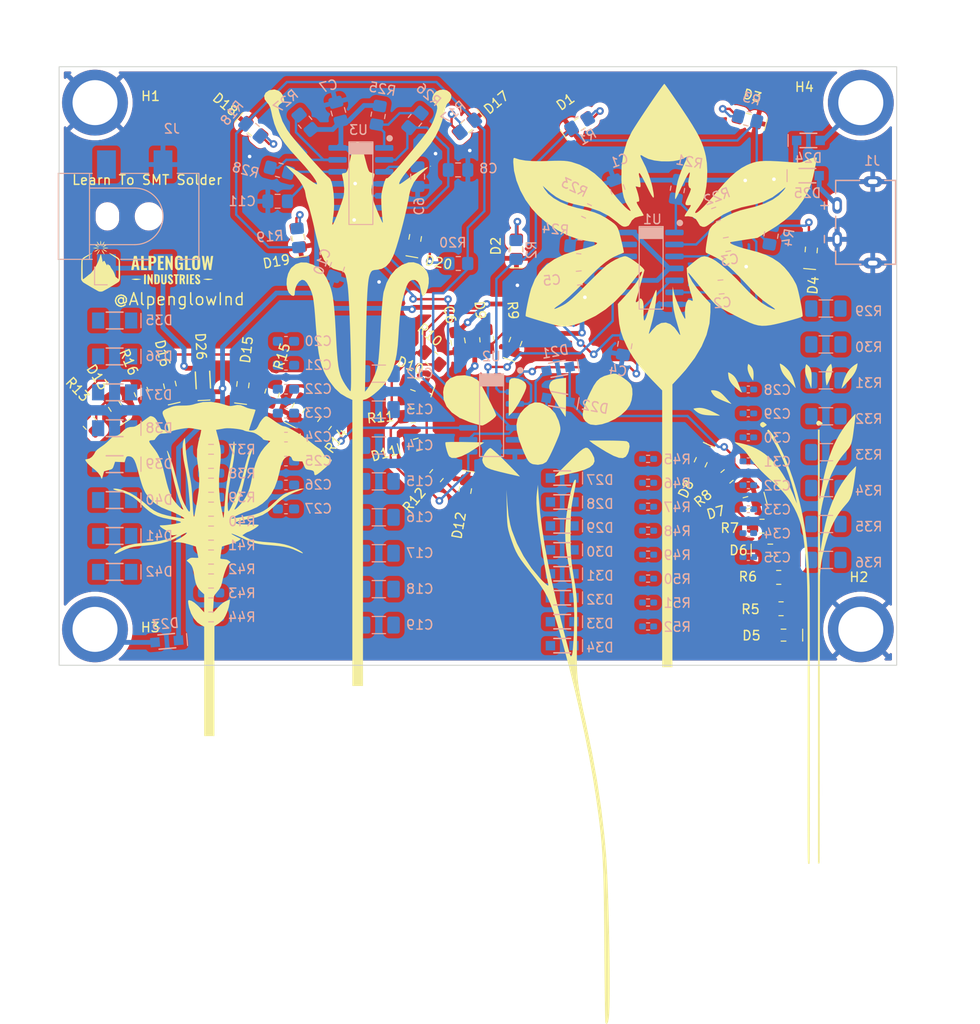
<source format=kicad_pcb>
(kicad_pcb (version 20211014) (generator pcbnew)
  (layers (0 "F.Cu" signal) (31 "B.Cu" signal) (34 "B.Paste" user) (35 "F.Paste" user) (36 "B.SilkS" user "B.Silkscreen") (37 "F.SilkS" user "F.Silkscreen") (38 "B.Mask" user) (39 "F.Mask" user) (44 "Edge.Cuts" user))
  (net 0 "")
  (net 1 "+5V")
  (net 2 "GND")
  (net 3 "Net-(C2-Pad1)")
  (net 4 "Net-(C3-Pad1)")
  (net 5 "Net-(C4-Pad1)")
  (net 76 "Net-(D21-PadA)")
  (net 77 "Net-(D22-PadA)")
  (net 78 "Net-(D4-PadA)")
  (net 79 "Net-(D5-PadA)")
  (net 80 "Net-(D6-PadA)")
  (net 81 "Net-(D7-PadA)")
  (net 82 "Net-(D8-PadA)")
  (net 83 "Net-(D9-PadA)")
  (net 84 "Net-(D10-PadA)")
  (net 85 "Net-(D11-PadA)")
  (net 86 "Net-(D13-PadA)")
  (net 87 "Net-(D14-PadA)")
  (net 88 "Net-(D15-PadA)")
  (net 89 "Net-(D16-PadA)")
  (net 90 "Net-(D17-PadA)")
  (net 91 "Net-(D18-PadA)")
  (net 92 "Net-(D19-PadA)")
  (net 93 "Net-(D20-PadA)")
  (net 120 "+Vusb")
  (net 121 "+Vbarrel")
  (net 122 "+Vin_1")
  (net 123 "+Vin_2")
  (net 126 "/BLINK5")
  (net 127 "/BLINK1")
  (net 128 "/BLINK2")
  (net 129 "/BLINK3")
  (net 130 "/BLINK4")
  (net 131 "/CLK1")
  (net 132 "/CLK2")
  (net 133 "/CLK4")
  (net 134 "/CLK3")
  (net 165 "Net-(R27-Pad2)")
  (net 166 "Net-(R25-Pad2)")
  (net 167 "Net-(R23-Pad2)")
  (net 168 "Net-(R21-Pad2)")
  (net 169 "Net-(D3-PadA)")
  (net 170 "Net-(D2-PadA)")
  (net 171 "Net-(D12-PadA)")
  (net 172 "Net-(D1-PadA)")
  (net 173 "Net-(C9-Pad1)")
  (net 174 "Net-(C8-Pad1)")
  (net 175 "Net-(C5-Pad1)")
  (net 176 "Net-(C11-Pad1)")
  (net 177 "Net-(C10-Pad1)")
  (footprint "Resistor_SMD:R_0805_2012Metric_Pad1.20x1.40mm_HandSolder" (layer "F.Cu") (at 154.3558 89.106291 50)
    (fp_text reference "R12")
    (fp_text value "RES")
  )
  (footprint "Alpenglow:LED_0805+" (layer "F.Cu") (at 126.057265 79.473976 103)
    (fp_text reference "D16")
    (fp_text value "LED")
  )
  (footprint "Alpenglow:LED_0805+" (layer "F.Cu") (at 152.0952 63.881 80)
    (fp_text reference "D20")
    (fp_text value "LED")
  )
  (footprint "Alpenglow:LED_0805+" (layer "F.Cu") (at 162.7378 74.882291 70)
    (fp_text reference "D9")
    (fp_text value "LED")
  )
  (footprint "Alpenglow_SMT_Soldering_PCB:03Inside38.9x85mm" (layer "F.Cu") (at 162.75691 113.948764)
    (fp_text reference "G***" hide)
    (fp_text value "LOGO" hide)
  )
  (footprint "Alpenglow:LED_0805+" (layer "F.Cu") (at 187.311165 91.9988 -165)
    (fp_text reference "D7")
    (fp_text value "LED")
  )
  (footprint "Alpenglow:LED_0805+" (layer "F.Cu") (at 120.213138 81.722784 123)
    (fp_text reference "D13")
    (fp_text value "LED")
  )
  (footprint "Alpenglow:Alpenglow_Logo_Horiz_15x6.2" (layer "F.Cu") (at 123.607772 66.989713)
    (fp_text reference "G***" hide)
    (fp_text value "LOGO" hide)
  )
  (footprint "Alpenglow_SMT_Soldering_PCB:04Inside30x70myExport" (layer "F.Cu") (at 192.522666 105.763519)
    (fp_text reference "G***" hide)
    (fp_text value "LOGO" hide)
  )
  (footprint "Alpenglow:LED_0805+" (layer "F.Cu") (at 133.8072 79.4512 83)
    (fp_text reference "D15")
    (fp_text value "LED")
  )
  (footprint "Alpenglow_SMT_Soldering_PCB:01Inside44.7x70mm" (layer "F.Cu") (at 177.433991 77.338895)
    (fp_text reference "G***" hide)
    (fp_text value "LOGO" hide)
  )
  (footprint "Alpenglow_SMT_Soldering_PCB:02Flower35.9x50mm" (layer "F.Cu") (at 129.85094 98.6536)
    (fp_text reference "G***" hide)
    (fp_text value "LOGO" hide)
  )
  (footprint "Alpenglow:MNTG-HOLE-BANANA" (layer "F.Cu") (at 199.39 48.26)
    (fp_text reference "H4")
    (fp_text value "MountingHole_Pad")
  )
  (footprint "Resistor_SMD:R_0805_2012Metric_Pad1.20x1.40mm_HandSolder" (layer "F.Cu") (at 142.4686 83.6168 -127)
    (fp_text reference "R14")
    (fp_text value "RES")
  )
  (footprint "Alpenglow:LED_0805+" (layer "F.Cu") (at 139.6746 63.8556 100)
    (fp_text reference "D19")
    (fp_text value "LED")
  )
  (footprint "Alpenglow:LED_0805+" (layer "F.Cu") (at 189.7819 97.0026)
    (fp_text reference "D6")
    (fp_text value "LED")
  )
  (footprint "Resistor_SMD:R_0805_2012Metric_Pad1.20x1.40mm_HandSolder" (layer "F.Cu") (at 190.9224 103.2256 180)
    (fp_text reference "R5")
    (fp_text value "RES")
  )
  (footprint "Resistor_SMD:R_0805_2012Metric_Pad1.20x1.40mm_HandSolder" (layer "F.Cu") (at 159.6898 74.628291 -85)
    (fp_text reference "R9")
    (fp_text value "RES")
  )
  (footprint "Alpenglow_SMT_Soldering_PCB:02Inside35.9x50mm" (layer "F.Cu") (at 129.85094 98.681799)
    (fp_text reference "G***" hide)
    (fp_text value "LOGO" hide)
  )
  (footprint "Alpenglow:MNTG-HOLE-BANANA" (layer "F.Cu") (at 118.11 48.26)
    (fp_text reference "H1")
    (fp_text value "MountingHole_Pad")
  )
  (footprint "Alpenglow:LED_0805+" (layer "F.Cu") (at 162.8394 65.024 90)
    (fp_text reference "D2")
    (fp_text value "LED")
  )
  (footprint "Alpenglow:LED_0805+" (layer "F.Cu") (at 152.3238 85.804291 15)
    (fp_text reference "D11")
    (fp_text value "LED")
  )
  (footprint "Alpenglow:LED_0805+" (layer "F.Cu") (at 139.7 81.915 63)
    (fp_text reference "D14")
    (fp_text value "LED")
  )
  (footprint "Alpenglow:MNTG-HOLE-BANANA" (layer "F.Cu") (at 118.11 104.14)
    (fp_text reference "H3")
    (fp_text value "MountingHole_Pad")
  )
  (footprint "Alpenglow_SMT_Soldering_PCB:05Flower46.4x80mm" (layer "F.Cu") (at 145.987444 80.147467)
    (fp_text reference "G***" hide)
    (fp_text value "LOGO" hide)
  )
  (footprint "Alpenglow_SMT_Soldering_PCB:05Inside46.3x80mm" (layer "F.Cu") (at 146.012844 80.045867)
    (fp_text reference "G***" hide)
    (fp_text value "LOGO" hide)
  )
  (footprint "Alpenglow_SMT_Soldering_PCB:03Flower39x85mm" (layer "F.Cu") (at 162.68071 113.948764)
    (fp_text reference "G***" hide)
    (fp_text value "LOGO" hide)
  )
  (footprint "Resistor_SMD:R_0805_2012Metric_Pad1.20x1.40mm_HandSolder" (layer "F.Cu") (at 123.041127 80.22703 -67)
    (fp_text reference "R16")
    (fp_text value "RES")
  )
  (footprint "Alpenglow:LED_0805+" (layer "F.Cu") (at 191.1858 106.0196 180)
    (fp_text reference "D5")
    (fp_text value "LED")
  )
  (footprint "Resistor_SMD:R_0805_2012Metric_Pad1.20x1.40mm_HandSolder" (layer "F.Cu") (at 188.8998 94.4626 180)
    (fp_text reference "R7")
    (fp_text value "RES")
  )
  (footprint "Alpenglow:SOD-323" (layer "F.Cu") (at 129.5654 78.955648 93)
    (fp_text reference "D26")
    (fp_text value "DIODE")
  )
  (footprint "Alpenglow:LED_0805+" (layer "F.Cu") (at 157.5308 52.0446 -140)
    (fp_text reference "D17")
    (fp_text value "LED")
  )
  (footprint "Resistor_SMD:R_0805_2012Metric_Pad1.20x1.40mm_HandSolder" (layer "F.Cu") (at 151.8158 82.756291 5)
    (fp_text reference "R11")
    (fp_text value "RES")
  )
  (footprint "Resistor_SMD:R_0805_2012Metric_Pad1.20x1.40mm_HandSolder" (layer "F.Cu") (at 153.8478 76.660291 -40)
    (fp_text reference "R10")
    (fp_text value "RES")
  )
  (footprint "Alpenglow:LED_0805+" (layer "F.Cu") (at 194.1322 65.158173 85)
    (fp_text reference "D4")
    (fp_text value "LED")
  )
  (footprint "Resistor_SMD:R_0805_2012Metric_Pad1.20x1.40mm_HandSolder" (layer "F.Cu") (at 190.6778 99.8982 180)
    (fp_text reference "R6")
    (fp_text value "RES")
  )
  (footprint "Capacitor_SMD:C_0805_2012Metric_Pad1.18x1.45mm_HandSolder" (layer "F.Cu") (at 156.6418 74.882291 -80)
    (fp_text reference "C6")
    (fp_text value "CAP")
  )
  (footprint "Alpenglow:LED_0805+" (layer "F.Cu") (at 187.336565 51.3334 165)
    (fp_text reference "D3")
    (fp_text value "LED")
  )
  (footprint "Alpenglow:LED_0805+" (layer "F.Cu") (at 182.3974 87.6808 -115)
    (fp_text reference "D8")
    (fp_text value "LED")
  )
  (footprint "Alpenglow:LED_0805+" (layer "F.Cu") (at 157.4038 90.630291 -100)
    (fp_text reference "D12")
    (fp_text value "LED")
  )
  (footprint "Alpenglow:LED_0805+" (layer "F.Cu") (at 152.0698 79.454291 160)
    (fp_text reference "D10")
    (fp_text value "LED")
  )
  (footprint "Resistor_SMD:R_0805_2012Metric_Pad1.20x1.40mm_HandSolder" (layer "F.Cu") (at 136.906 80.3402 -107)
    (fp_text reference "R15")
    (fp_text value "RES")
  )
  (footprint "Alpenglow_SMT_Soldering_PCB:01Flower44.7x70mm" (layer "F.Cu") (at 177.433991 78.354895)
    (fp_text reference "G***" hide)
    (fp_text value "LOGO" hide)
  )
  (footprint "Alpenglow_SMT_Soldering_PCB:04Flower30x70myExport" (layer "F.Cu") (at 192.4812 105.5116)
    (fp_text reference "G***" hide)
    (fp_text value "LOGO" hide)
  )
  (footprint "Resistor_SMD:R_0805_2012Metric_Pad1.20x1.40mm_HandSolder" (layer "F.Cu") (at 185.1914 89.1794 -140)
    (fp_text reference "R8")
    (fp_text value "RES")
  )
  (footprint "Alpenglow:LED_0805+" (layer "F.Cu") (at 169.545 51.816 35)
    (fp_text reference "D1")
    (fp_text value "LED")
  )
  (footprint "Resistor_SMD:R_0805_2012Metric_Pad1.20x1.40mm_HandSolder" (layer "F.Cu") (at 117.55377 83.534646 -47)
    (fp_text reference "R13")
    (fp_text value "RES")
  )
  (footprint "Alpenglow:LED_0805+" (layer "F.Cu") (at 134.946156 52.392412 -40)
    (fp_text reference "D18")
    (fp_text value "LED")
  )
  (footprint "Alpenglow:MNTG-HOLE-BANANA" (layer "F.Cu") (at 199.39 104.14)
    (fp_text reference "H2")
    (fp_text value "MountingHole_Pad")
  )
  (footprint "Resistor_SMD:R_0805_2012Metric_Pad1.20x1.40mm_HandSolder" (layer "B.Cu") (at 179.929646 58.73478 -100)
    (fp_text reference "R21")
    (fp_text value "RES")
  )
  (footprint "Capacitor_SMD:C_0603_1608Metric_Pad1.08x0.95mm_HandSolder" (layer "B.Cu") (at 138.3781 79.9338 180)
    (fp_text reference "C22")
    (fp_text value "CAP")
  )
  (footprint "Alpenglow:SOD-323" (layer "B.Cu") (at 193.8274 53.5432)
    (fp_text reference "D24")
    (fp_text value "DIODE")
  )
  (footprint "Capacitor_SMD:C_0402_1005Metric_Pad0.74x0.62mm_HandSolder" (layer "B.Cu") (at 187.452 79.9592 180)
    (fp_text reference "C28")
    (fp_text value "CAP")
  )
  (footprint "Capacitor_SMD:C_0805_2012Metric_Pad1.18x1.45mm_HandSolder" (layer "B.Cu") (at 143.8148 66.9798 -110)
    (fp_text reference "C10")
    (fp_text value "CAP")
  )
  (footprint "Alpenglow:SOD-323" (layer "B.Cu") (at 125.73 106.68 -175)
    (fp_text reference "D23")
    (fp_text value "DIODE")
  )
  (footprint "Alpenglow:SOD-323" (layer "B.Cu") (at 167.6954 99.5172 180)
    (fp_text reference "D31")
    (fp_text value "DIODE")
  )
  (footprint "Resistor_SMD:R_0805_2012Metric_Pad1.20x1.40mm_HandSolder" (layer "B.Cu") (at 162.7886 65.151 90)
    (fp_text reference "R2")
    (fp_text value "RES")
  )
  (footprint "Capacitor_SMD:C_0805_2012Metric_Pad1.18x1.45mm_HandSolder" (layer "B.Cu") (at 137.4902 59.9948 180)
    (fp_text reference "C11")
    (fp_text value "CAP")
  )
  (footprint "Resistor_SMD:R_0603_1608Metric_Pad0.98x0.95mm_HandSolder" (layer "B.Cu") (at 130.429 93.9292 180)
    (fp_text reference "R40")
    (fp_text value "RES")
  )
  (footprint "Capacitor_SMD:C_1206_3216Metric_Pad1.33x1.80mm_HandSolder" (layer "B.Cu") (at 148.2344 89.7128 180)
    (fp_text reference "C15")
    (fp_text value "CAP")
  )
  (footprint "Capacitor_SMD:C_1206_3216Metric_Pad1.33x1.80mm_HandSolder" (layer "B.Cu") (at 148.2344 85.9028 180)
    (fp_text reference "C14")
    (fp_text value "CAP")
  )
  (footprint "Resistor_SMD:R_1206_3216Metric_Pad1.30x1.75mm_HandSolder" (layer "B.Cu") (at 195.6816 86.614 180)
    (fp_text reference "R33")
    (fp_text value "RES")
  )
  (footprint "Resistor_SMD:R_0603_1608Metric_Pad0.98x0.95mm_HandSolder" (layer "B.Cu") (at 130.429 99.0092 180)
    (fp_text reference "R42")
    (fp_text value "RES")
  )
  (footprint "Alpenglow:SOD-323" (layer "B.Cu") (at 167.6954 102.0572 180)
    (fp_text reference "D32")
    (fp_text value "DIODE")
  )
  (footprint "Resistor_SMD:R_1206_3216Metric_Pad1.30x1.75mm_HandSolder" (layer "B.Cu") (at 195.6816 82.804 180)
    (fp_text reference "R32")
    (fp_text value "RES")
  )
  (footprint "Alpenglow:SO-14" (layer "B.Cu") (at 177.135646 67.11678 180)
    (fp_text reference "U1")
    (fp_text value "NE556")
  )
  (footprint "Resistor_SMD:R_0805_2012Metric_Pad1.20x1.40mm_HandSolder" (layer "B.Cu") (at 137.668 56.6928 -15)
    (fp_text reference "R28")
    (fp_text value "RES")
  )
  (footprint "Alpenglow:SOD-323" (layer "B.Cu") (at 167.259 81.0768 170)
    (fp_text reference "D22")
    (fp_text value "DIODE")
  )
  (footprint "Alpenglow:SOD-323" (layer "B.Cu") (at 167.6954 89.3572 180)
    (fp_text reference "D27")
    (fp_text value "DIODE")
  )
  (footprint "Alpenglow:SOD-323" (layer "B.Cu") (at 167.6954 104.5972 180)
    (fp_text reference "D33")
    (fp_text value "DIODE")
  )
  (footprint "Resistor_SMD:R_0402_1005Metric_Pad0.72x0.64mm_HandSolder" (layer "B.Cu") (at 176.8094 94.9452 180)
    (fp_text reference "R48")
    (fp_text value "RES")
  )
  (footprint "Resistor_SMD:R_0402_1005Metric_Pad0.72x0.64mm_HandSolder" (layer "B.Cu") (at 176.8094 89.8652 180)
    (fp_text reference "R46")
    (fp_text value "RES")
  )
  (footprint "Capacitor_SMD:C_0805_2012Metric_Pad1.18x1.45mm_HandSolder" (layer "B.Cu") (at 184.5564 69.088 5)
    (fp_text reference "C2")
    (fp_text value "CAP")
  )
  (footprint "Alpenglow:MINI_MELF" (layer "B.Cu") (at 120.1928 76.454 180)
    (fp_text reference "D36")
    (fp_text value "DIODE")
  )
  (footprint "Capacitor_SMD:C_1206_3216Metric_Pad1.33x1.80mm_HandSolder" (layer "B.Cu") (at 148.2344 78.2828 180)
    (fp_text reference "C12")
    (fp_text value "CAP")
  )
  (footprint "Connector_BarrelJack:BarrelJack_CLIFF_FC681465S_SMT_Horizontal" (layer "B.Cu") (at 122.325 61.595)
    (fp_text reference "J2")
    (fp_text value "Barrel_Jack")
  )
  (footprint "Capacitor_SMD:C_0603_1608Metric_Pad1.08x0.95mm_HandSolder" (layer "B.Cu") (at 138.3781 85.0138 180)
    (fp_text reference "C24")
    (fp_text value "CAP")
  )
  (footprint "Alpenglow:MINI_MELF" (layer "B.Cu") (at 120.1928 80.264 180)
    (fp_text reference "D37")
    (fp_text value "DIODE")
  )
  (footprint "Capacitor_SMD:C_0805_2012Metric_Pad1.18x1.45mm_HandSolder" (layer "B.Cu") (at 185.1914 64.5668 10)
    (fp_text reference "C3")
    (fp_text value "CAP")
  )
  (footprint "Resistor_SMD:R_0402_1005Metric_Pad0.72x0.64mm_HandSolder" (layer "B.Cu") (at 176.8094 97.4852 180)
    (fp_text reference "R49")
    (fp_text value "RES")
  )
  (footprint "Resistor_SMD:R_1206_3216Metric_Pad1.30x1.75mm_HandSolder" (layer "B.Cu") (at 195.6816 75.184 180)
    (fp_text reference "R30")
    (fp_text value "RES")
  )
  (footprint "Capacitor_SMD:C_0805_2012Metric_Pad1.18x1.45mm_HandSolder" (layer "B.Cu") (at 143.9418 50.4952 105)
    (fp_text reference "C7")
    (fp_text value "CAP")
  )
  (footprint "Resistor_SMD:R_0603_1608Metric_Pad0.98x0.95mm_HandSolder" (layer "B.Cu") (at 130.429 104.0892 180)
    (fp_text reference "R44")
    (fp_text value "RES")
  )
  (footprint "Capacitor_SMD:C_0603_1608Metric_Pad1.08x0.95mm_HandSolder" (layer "B.Cu") (at 138.3781 87.5538 180)
    (fp_text reference "C25")
    (fp_text value "CAP")
  )
  (footprint "Alpenglow:MINI_MELF" (layer "B.Cu") (at 120.1928 84.074 180)
    (fp_text reference "D38")
    (fp_text value "DIODE")
  )
  (footprint "Capacitor_SMD:C_0603_1608Metric_Pad1.08x0.95mm_HandSolder" (layer "B.Cu") (at 138.3781 90.0938 180)
    (fp_text reference "C26")
    (fp_text value "CAP")
  )
  (footprint "Alpenglow:SOD-323" (layer "B.Cu") (at 167.6954 96.9772 180)
    (fp_text reference "D30")
    (fp_text value "DIODE")
  )
  (footprint "Alpenglow:SOD-323" (layer "B.Cu") (at 167.259 77.7748 -170)
    (fp_text reference "D21")
    (fp_text value "DIODE")
  )
  (footprint "Resistor_SMD:R_1206_3216Metric_Pad1.30x1.75mm_HandSolder" (layer "B.Cu") (at 195.6816 94.234 180)
    (fp_text reference "R35")
    (fp_text value "RES")
  )
  (footprint "Capacitor_SMD:C_0402_1005Metric_Pad0.74x0.62mm_HandSolder" (layer "B.Cu") (at 187.452 87.5792 180)
    (fp_text reference "C31")
    (fp_text value "CAP")
  )
  (footprint "Resistor_SMD:R_0805_2012Metric_Pad1.20x1.40mm_HandSolder" (layer "B.Cu") (at 157.6324 52.0446 -140)
    (fp_text reference "R17")
    (fp_text value "RES")
  )
  (footprint "Capacitor_SMD:C_0402_1005Metric_Pad0.74x0.62mm_HandSolder" (layer "B.Cu") (at 187.452 95.1992 180)
    (fp_text reference "C34")
    (fp_text value "CAP")
  )
  (footprint "Capacitor_SMD:C_0402_1005Metric_Pad0.74x0.62mm_HandSolder" (layer "B.Cu") (at 187.452 97.7392 180)
    (fp_text reference "C35")
    (fp_text value "CAP")
  )
  (footprint "Alpenglow:USB_C_PWR_THRU" (layer "B.Cu") (at 200.66 62.23 -90)
    (fp_text reference "J1")
    (fp_text value "USB_C_PWR_THRU")
  )
  (footprint "Capacitor_SMD:C_0805_2012Metric_Pad1.18x1.45mm_HandSolder" (layer "B.Cu") (at 169.515646 68.13278 -175)
    (fp_text reference "C5")
    (fp_text value "CAP")
  )
  (footprint "Alpenglow:MINI_MELF" (layer "B.Cu") (at 120.1928 87.884 180)
    (fp_text reference "D39")
    (fp_text value "DIODE")
  )
  (footprint "Resistor_SMD:R_0805_2012Metric_Pad1.20x1.40mm_HandSolder" (layer "B.Cu") (at 170.277646 61.02078 155)
    (fp_text reference "R23")
    (fp_text value "RES")
  )
  (footprint "Capacitor_SMD:C_0603_1608Metric_Pad1.08x0.95mm_HandSolder" (layer "B.Cu") (at 138.3781 92.6338 180)
    (fp_text reference "C27")
    (fp_text value "CAP")
  )
  (footprint "Resistor_SMD:R_0805_2012Metric_Pad1.20x1.40mm_HandSolder" (layer "B.Cu") (at 189.865 63.5762 80)
    (fp_text reference "R4")
    (fp_text value "RES")
  )
  (footprint "Capacitor_SMD:C_0603_1608Metric_Pad1.08x0.95mm_HandSolder" (layer "B.Cu") (at 138.3781 74.8538 180)
    (fp_text reference "C20")
    (fp_text value "CAP")
  )
  (footprint "Capacitor_SMD:C_1206_3216Metric_Pad1.33x1.80mm_HandSolder" (layer "B.Cu") (at 148.2344 104.9528 180)
    (fp_text reference "C19")
    (fp_text value "CAP")
  )
  (footprint "Resistor_SMD:R_0805_2012Metric_Pad1.20x1.40mm_HandSolder" (layer "B.Cu") (at 152.0698 51.4096 -130)
    (fp_text reference "R26")
    (fp_text value "RES")
  )
  (footprint "Capacitor_SMD:C_1206_3216Metric_Pad1.33x1.80mm_HandSolder" (layer "B.Cu") (at 148.2344 97.3328 180)
    (fp_text reference "C17")
    (fp_text value "CAP")
  )
  (footprint "Resistor_SMD:R_0603_1608Metric_Pad0.98x0.95mm_HandSolder" (layer "B.Cu") (at 130.429 91.3892 180)
    (fp_text reference "R39")
    (fp_text value "RES")
  )
  (footprint "Capacitor_SMD:C_0603_1608Metric_Pad1.08x0.95mm_HandSolder" (layer "B.Cu") (at 138.3781 82.4738 180)
    (fp_text reference "C23")
    (fp_text value "CAP")
  )
  (footprint "Resistor_SMD:R_0805_2012Metric_Pad1.20x1.40mm_HandSolder" (layer "B.Cu") (at 169.515646 64.83078 -5)
    (fp_text reference "R24")
    (fp_text value "RES")
  )
  (footprint "Alpenglow:SOD-323" (layer "B.Cu") (at 167.6954 107.1372 180)
    (fp_text reference "D34")
    (fp_text value "DIODE")
  )
  (footprint "Resistor_SMD:R_0402_1005Metric_Pad0.72x0.64mm_HandSolder" (layer "B.Cu") (at 176.8094 87.3252 180)
    (fp_text reference "R45")
    (fp_text value "RES")
  )
  (footprint "Resistor_SMD:R_0603_1608Metric_Pad0.98x0.95mm_HandSolder" (layer "B.Cu") (at 130.429 101.5492 180)
    (fp_text reference "R43")
    (fp_text value "RES")
  )
  (footprint "Capacitor_SMD:C_0805_2012Metric_Pad1.18x1.45mm_HandSolder" (layer "B.Cu") (at 173.579646 58.73478 110)
    (fp_text reference "C1")
    (fp_text value "CAP")
  )
  (footprint "Alpenglow:MINI_MELF" (layer "B.Cu") (at 120.1928 99.314 180)
    (fp_text reference "D42")
    (fp_text value "DIODE")
  )
  (footprint "Alpenglow:SOD-323" (layer "B.Cu") (at 167.6954 91.8972 180)
    (fp_text reference "D28")
    (fp_text value "DIODE")
  )
  (footprint "Capacitor_SMD:C_0402_1005Metric_Pad0.74x0.62mm_HandSolder" (layer "B.Cu") (at 187.452 92.6592 180)
    (fp_text reference "C33")
    (fp_text value "CAP")
  )
  (footprint "Alpenglow:MINI_MELF" (layer "B.Cu") (at 120.1928 95.504 180)
    (fp_text reference "D41")
    (fp_text value "DIODE")
  )
  (footprint "Capacitor_SMD:C_0805_2012Metric_Pad1.18x1.45mm_HandSolder" (layer "B.Cu") (at 156.6418 56.6674)
    (fp_text reference "C8")
    (fp_text value "CAP")
  )
  (footprint "Resistor_SMD:R_0805_2012Metric_Pad1.20x1.40mm_HandSolder" (layer "B.Cu") (at 148.1582 50.8762 -100)
    (fp_text reference "R25")
    (fp_text value "RES")
  )
  (footprint "Alpenglow:SO-14" (layer "B.Cu") (at 146.3294 58.1406 180)
    (fp_text reference "U3")
    (fp_text value "NE556")
  )
  (footprint "Capacitor_SMD:C_1206_3216Metric_Pad1.33x1.80mm_HandSolder" (layer "B.Cu") (at 148.2344 82.0928 180)
    (fp_text reference "C13")
    (fp_text value "CAP")
  )
  (footprint "Alpenglow:SOD-323" (layer "B.Cu") (at 193.7212 57.277)
    (fp_text reference "D25")
    (fp_text value "DIODE")
  )
  (footprint "Capacitor_SMD:C_0402_1005Metric_Pad0.74x0.62mm_HandSolder" (layer "B.Cu") (at 187.452 85.0392 180)
    (fp_text reference "C30")
    (fp_text value "CAP")
  )
  (footprint "Alpenglow:SOD-323" (layer "B.Cu") (at 167.6954 94.4372 180)
    (fp_text reference "D29")
    (fp_text value "DIODE")
  )
  (footprint "Alpenglow:MINI_MELF" (layer "B.Cu") (at 120.1928 72.644 180)
    (fp_text reference "D35")
    (fp_text value "DIODE")
  )
  (footprint "Capacitor_SMD:C_1206_3216Metric_Pad1.33x1.80mm_HandSolder" (layer "B.Cu") (at 148.2344 93.5228 180)
    (fp_text reference "C16")
    (fp_text value "CAP")
  )
  (footprint "Resistor_SMD:R_1206_3216Metric_Pad1.30x1.75mm_HandSolder" (layer "B.Cu") (at 195.6816 98.044 180)
    (fp_text reference "R36")
    (fp_text value "RES")
  )
  (footprint "Resistor_SMD:R_0805_2012Metric_Pad1.20x1.40mm_HandSolder" (layer "B.Cu") (at 156.6672 66.5988 180)
    (fp_text reference "R20")
    (fp_text value "RES")
  )
  (footprint "Resistor_SMD:R_1206_3216Metric_Pad1.30x1.75mm_HandSolder" (layer "B.Cu") (at 195.6816 78.994 180)
    (fp_text reference "R31")
    (fp_text value "RES")
  )
  (footprint "Resistor_SMD:R_0603_1608Metric_Pad0.98x0.95mm_HandSolder" (layer "B.Cu") (at 130.429 96.4692 180)
    (fp_text reference "R41")
    (fp_text value "RES")
  )
  (footprint "Resistor_SMD:R_1206_3216Metric_Pad1.30x1.75mm_HandSolder" (layer "B.Cu") (at 195.6816 90.424 180)
    (fp_text reference "R34")
    (fp_text value "RES")
  )
  (footprint "Resistor_SMD:R_0805_2012Metric_Pad1.20x1.40mm_HandSolder" (layer "B.Cu") (at 169.545 51.7398 30)
    (fp_text reference "R1")
    (fp_text value "RES")
  )
  (footprint "Capacitor_SMD:C_0603_1608Metric_Pad1.08x0.95mm_HandSolder" (layer "B.Cu") (at 138.3781 77.3938 180)
    (fp_text reference "C21")
    (fp_text value "CAP")
  )
  (footprint "Resistor_SMD:R_0402_1005Metric_Pad0.72x0.64mm_HandSolder" (layer "B.Cu") (at 176.8094 102.5652 180)
    (fp_text reference "R51")
    (fp_text value "RES")
  )
  (footprint "Resistor_SMD:R_0805_2012Metric_Pad1.20x1.40mm_HandSolder" (layer "B.Cu") (at 139.6492 63.881 95)
    (fp_text reference "R19")
    (fp_text value "RES")
  )
  (footprint "Resistor_SMD:R_0805_2012Metric_Pad1.20x1.40mm_HandSolder" (layer "B.Cu") (at 140.4112 51.6128 130)
    (fp_text reference "R27")
    (fp_text value "RES")
  )
  (footprint "Resistor_SMD:R_1206_3216Metric_Pad1.30x1.75mm_HandSolder" (layer "B.Cu") (at 195.6816 71.374 180)
    (fp_text reference "R29")
    (fp_text value "RES")
  )
  (footprint "Resistor_SMD:R_0805_2012Metric_Pad1.20x1.40mm_HandSolder" (layer "B.Cu") (at 134.869956 52.443212 -40)
    (fp_text reference "R18")
    (fp_text value "RES")
  )
  (footprint "Resistor_SMD:R_0402_1005Metric_Pad0.72x0.64mm_HandSolder" (layer "B.Cu") (at 176.8094 100.0252 180)
    (fp_text reference "R50")
    (fp_text value "RES")
  )
  (footprint "Resistor_SMD:R_0402_1005Metric_Pad0.72x0.64mm_HandSolder" (layer "B.Cu") (at 176.8094 92.4052 180)
    (fp_text reference "R47")
    (fp_text value "RES")
  )
  (footprint "Resistor_SMD:R_0402_1005Metric_Pad0.72x0.64mm_HandSolder" (layer "B.Cu") (at 176.8094 105.1052 180)
    (fp_text reference "R52")
    (fp_text value "RES")
  )
  (footprint "Resistor_SMD:R_0603_1608Metric_Pad0.98x0.95mm_HandSolder" (layer "B.Cu") (at 130.429 86.3092 180)
    (fp_text reference "R37")
    (fp_text value "RES")
  )
  (footprint "Resistor_SMD:R_0805_2012Metric_Pad1.20x1.40mm_HandSolder" (layer "B.Cu") (at 184.023 61.3918 20)
    (fp_text reference "R22")
    (fp_text value "RES")
  )
  (footprint "Alpenglow:MINI_MELF" (layer "B.Cu") (at 120.1928 91.694 180)
    (fp_text reference "D40")
    (fp_text value "DIODE")
  )
  (footprint "Capacitor_SMD:C_1206_3216Metric_Pad1.33x1.80mm_HandSolder" (layer "B.Cu") (at 148.2344 101.1428 180)
    (fp_text reference "C18")
    (fp_text value "CAP")
  )
  (footprint "Capacitor_SMD:C_0805_2012Metric_Pad1.18x1.45mm_HandSolder" (layer "B.Cu") (at 174.341646 75.24478 -100)
    (fp_text reference "C4")
    (fp_text value "CAP")
  )
  (footprint "Resistor_SMD:R_0603_1608Metric_Pad0.98x0.95mm_HandSolder" (layer "B.Cu") (at 130.429 88.8492 180)
    (fp_text reference "R38")
    (fp_text value "RES")
  )
  (footprint "Capacitor_SMD:C_0805_2012Metric_Pad1.18x1.45mm_HandSolder" (layer "B.Cu") (at 152.3492 57.3786 -90)
    (fp_text reference "C9")
    (fp_text value "CAP")
  )
  (footprint "Capacitor_SMD:C_0402_1005Metric_Pad0.74x0.62mm_HandSolder" (layer "B.Cu") (at 187.452 82.4992 180)
    (fp_text reference "C29")
    (fp_text value "CAP")
  )
  (footprint "Capacitor_SMD:C_0402_1005Metric_Pad0.74x0.62mm_HandSolder" (layer "B.Cu") (at 187.452 90.1192 180)
    (fp_text reference "C32")
    (fp_text value "CAP")
  )
  (footprint "Alpenglow:SO-14" (layer "B.Cu") (at 160.1978 82.756291 180)
    (fp_text reference "U2")
    (fp_text value "M74LCX04")
  )
  (footprint "Resistor_SMD:R_0805_2012Metric_Pad1.20x1.40mm_HandSolder" (layer "B.Cu") (at 187.3758 51.2318 165)
    (fp_text reference "R3")
    (fp_text value "RES")
  )
  (gr_rect (start 114.3 45.72) (end 203.2 109.22) (layer "Edge.Cuts") (width 0.1) (fill none))
  (gr_text "Learn To SMT Solder" (at 123.6472 57.7342) (layer "F.SilkS") (effects (font (size 1.016 1.016) (thickness 0.1524))))
  (gr_text "@AlpenglowInd" (at 127.0254 70.3834) (layer "F.SilkS") (effects (font (size 1.27 1.27) (thickness 0.1524))))
  (segment (start 131.301865 80.203935) (end 131.6482 79.8576) (width 0.508) (layer "F.Cu") (net 1))
  (segment (start 169.799 73.9394) (end 169.7228 74.0156) (width 0.508) (layer "F.Cu") (net 1))
  (segment (start 190.0428 57.785) (end 190.1698 57.658) (width 0.508) (layer "F.Cu") (net 1))
  (segment (start 165.5826 74.0156) (end 162.4584 70.8914) (width 0.508) (layer "F.Cu") (net 1))
  (segment (start 157.248753 73.860553) (end 156.46164 73.860553) (width 0.508) (layer "F.Cu") (net 1))
  (segment (start 156.46164 73.860553) (end 156.644447 73.860553) (width 0.508) (layer "F.Cu") (net 1))
  (segment (start 158.4198 75.0316) (end 157.248753 73.860553) (width 0.508) (layer "F.Cu") (net 1))
  (segment (start 169.7228 74.0156) (end 165.5826 74.0156) (width 0.508) (layer "F.Cu") (net 1))
  (segment (start 156.644447 73.860553) (end 157.6578 72.8472) (width 0.508) (layer "F.Cu") (net 1))
  (segment (start 159.6898 70.8914) (end 159.33372 71.24748) (width 0.508) (layer "F.Cu") (net 1))
  (segment (start 159.33372 71.24748) (end 151.96772 71.24748) (width 0.508) (layer "F.Cu") (net 1))
  (segment (start 129.63082 80.203935) (end 131.301865 80.203935) (width 0.508) (layer "F.Cu") (net 1))
  (segment (start 158.4198 77.47) (end 158.4198 75.0316) (width 0.508) (layer "F.Cu") (net 1))
  (segment (start 151.96772 71.24748) (end 151.765 71.4502) (width 0.508) (layer "F.Cu") (net 1))
  (segment (start 162.4584 70.8914) (end 159.6898 70.8914) (width 0.508) (layer "F.Cu") (net 1))
  (segment (start 187.1218 57.785) (end 190.0428 57.785) (width 0.508) (layer "F.Cu") (net 1))
  (via (at 158.4198 77.47) (size 0.8128) (drill 0.381) (layers "F.Cu" "B.Cu") (net 1))
  (via (at 151.765 71.4502) (size 0.8128) (drill 0.381) (layers "F.Cu" "B.Cu") (net 1))
  (via (at 187.1218 57.785) (size 0.8128) (drill 0.381) (layers "F.Cu" "B.Cu") (net 1))
  (via (at 169.799 73.9394) (size 0.8128) (drill 0.381) (layers "F.Cu" "B.Cu") (net 1))
  (via (at 159.6898 70.8914) (size 0.8128) (drill 0.381) (layers "F.Cu" "B.Cu") (net 1))
  (via (at 157.6578 72.8472) (size 0.8128) (drill 0.381) (layers "F.Cu" "B.Cu") (net 1))
  (via (at 131.6482 79.8576) (size 0.8128) (drill 0.381) (layers "F.Cu" "B.Cu") (net 1))
  (via (at 190.1698 57.658) (size 0.8128) (drill 0.381) (layers "F.Cu" "B.Cu") (net 1))
  (segment (start 143.0782 59.4106) (end 143.8544 59.4106) (width 0.508) (layer "B.Cu") (net 1))
  (segment (start 141.605 69.723) (end 141.6304 69.6976) (width 0.508) (layer "B.Cu") (net 1))
  (segment (start 146.3802 59.4106) (end 143.8544 59.4106) (width 0.508) (layer "B.Cu") (net 1))
  (segment (start 173.33958 63.30678) (end 174.660646 63.30678) (width 0.508) (layer "B.Cu") (net 1))
  (segment (start 171.476198 61.443398) (end 173.33958 63.30678) (width 0.508) (layer "B.Cu") (net 1))
  (segment (start 174.660646 68.38678) (end 177.777615 68.38678) (width 0.508) (layer "B.Cu") (net 1))
  (segment (start 144.210325 53.974675) (end 143.8544 54.3306) (width 0.508) (layer "B.Cu") (net 1))
  (segment (start 180.103294 57.749972) (end 187.086772 57.749972) (width 0.508) (layer "B.Cu") (net 1))
  (segment (start 157.734 72.8472) (end 159.6898 70.8914) (width 0.508) (layer "B.Cu") (net 1))
  (segment (start 157.7228 78.167) (end 157.7228 78.946291) (width 0.508) (layer "B.Cu") (net 1))
  (segment (start 157.6578 72.8472) (end 157.734 72.8472) (width 0.508) (layer "B.Cu") (net 1))
  (segment (start 144.210325 51.497348) (end 144.210325 53.974675) (width 0.508) (layer "B.Cu") (net 1))
  (segment (start 151.765 71.4502) (end 151.6634 71.3486) (width 0.508) (layer "B.Cu") (net 1))
  (segment (start 175.237615 63.30678) (end 174.660646 63.30678) (width 0.508) (layer "B.Cu") (net 1))
  (segment (start 141.6304 69.6976) (end 141.6304 60.8584) (width 0.508) (layer "B.Cu") (net 1))
  (segment (start 131.6482 75.438) (end 137.3632 69.723) (width 0.508) (layer "B.Cu") (net 1))
  (segment (start 171.183954 61.443398) (end 171.476198 61.443398) (width 0.508) (layer "B.Cu") (net 1))
  (segment (start 146.6596 49.8348) (end 148.275256 49.8348) (width 0.508) (layer "B.Cu") (net 1))
  (segment (start 173.934492 59.709711) (end 175.894231 57.749972) (width 0.508) (layer "B.Cu") (net 1))
  (segment (start 143.2814 71.3486) (end 141.6304 69.6976) (width 0.508) (layer "B.Cu") (net 1))
  (segment (start 169.799 72.3646) (end 173.77682 68.38678) (width 0.508) (layer "B.Cu") (net 1))
  (segment (start 169.799 73.9394) (end 169.799 72.3646) (width 0.508) (layer "B.Cu") (net 1))
  (segment (start 141.6304 60.8584) (end 143.0782 59.4106) (width 0.508) (layer "B.Cu") (net 1))
  (segment (start 131.6482 81.4832) (end 131.6482 79.8576) (width 0.508) (layer "B.Cu") (net 1))
  (segment (start 146.5834 59.2074) (end 146.5834 56.0832) (width 0.508) (layer "B.Cu") (net 1))
  (segment (start 190.1698 57.658) (end 192.0902 57.658) (width 0.508) (layer "B.Cu") (net 1))
  (segment (start 137.3632 69.723) (end 141.605 69.723) (width 0.508) (layer "B.Cu") (net 1))
  (segment (start 144.210325 51.497348) (end 144.997052 51.497348) (width 0.508) (layer "B.Cu") (net 1))
  (segment (start 175.894231 57.749972) (end 180.103294 57.749972) (width 0.508) (layer "B.Cu") (net 1))
  (segment (start 158.4198 77.47) (end 157.7228 78.167) (width 0.508) (layer "B.Cu") (net 1))
  (segment (start 126.975243 86.156157) (end 131.6482 81.4832) (width 0.508) (layer "B.Cu") (net 1))
  (segment (start 147.6502 58.1406) (end 146.5834 59.2074) (width 0.508) (layer "B.Cu") (net 1))
  (segment (start 151.6634 71.3486) (end 143.2814 71.3486) (width 0.508) (layer "B.Cu") (net 1))
  (segment (start 192.0902 57.658) (end 192.4712 57.277) (width 0.508) (layer "B.Cu") (net 1))
  (segment (start 173.77682 68.38678) (end 174.660646 68.38678) (width 0.508) (layer "B.Cu") (net 1))
  (segment (start 146.5834 56.0832) (end 144.8562 54.356) (width 0.508) (layer "B.Cu") (net 1))
  (segment (start 179.047615 67.11678) (end 175.237615 63.30678) (width 0.508) (layer "B.Cu") (net 1))
  (segment (start 187.086772 57.749972) (end 187.1218 57.785) (width 0.508) (layer "B.Cu") (net 1))
  (segment (start 148.275256 49.8348) (end 148.331848 49.891392) (width 0.508) (layer "B.Cu") (net 1))
  (segment (start 177.777615 68.38678) (end 179.047615 67.11678) (width 0.508) (layer "B.Cu") (net 1))
  (segment (start 144.997052 51.497348) (end 146.6596 49.8348) (width 0.508) (layer "B.Cu") (net 1))
  (segment (start 172.200805 61.443398) (end 173.934492 59.709711) (width 0.508) (layer "B.Cu") (net 1))
  (segment (start 148.8044 58.1406) (end 147.6502 58.1406) (width 0.508) (layer "B.Cu") (net 1))
  (segment (start 141.053988 52.378844) (end 143.328829 52.378844) (width 0.508) (layer "B.Cu") (net 1))
  (segment (start 171.183954 61.443398) (end 172.200805 61.443398) (width 0.508) (layer "B.Cu") (net 1))
  (segment (start 126.975243 106.571055) (end 126.975243 86.156157) (width 0.508) (layer "B.Cu") (net 1))
  (segment (start 143.328829 52.378844) (end 144.210325 51.497348) (width 0.508) (layer "B.Cu") (net 1))
  (segment (start 192.4712 57.277) (end 192.4712 53.6494) (width 0.508) (layer "B.Cu") (net 1))
  (segment (start 131.6482 79.8576) (end 131.6482 75.438) (width 0.508) (layer "B.Cu") (net 1))
  (segment (start 179.610646 67.11678) (end 179.047615 67.11678) (width 0.508) (layer "B.Cu") (net 1))
  (segment (start 146.5834 59.2074) (end 146.3802 59.4106) (width 0.508) (layer "B.Cu") (net 1))
  (segment (start 192.4712 53.6494) (end 192.5774 53.5432) (width 0.508) (layer "B.Cu") (net 1))
  (via (at 170.1038 70.1802) (size 0.8128) (drill 0.381) (layers "F.Cu" "B.Cu") (net 2))
  (via (at 148.2598 68.5546) (size 0.8128) (drill 0.381) (layers "F.Cu" "B.Cu") (net 2))
  (via (at 157.8864 54.61) (size 0.8128) (drill 0.381) (layers "F.Cu" "B.Cu") (net 2))
  (via (at 154.2542 54.9402) (size 0.8128) (drill 0.381) (layers "F.Cu" "B.Cu") (net 2))
  (via (at 187.2234 66.929) (size 0.8128) (drill 0.381) (layers "F.Cu" "B.Cu") (net 2))
  (via (at 134.5184 55.245) (size 0.8128) (drill 0.381) (layers "F.Cu" "B.Cu") (net 2))
  (via (at 162.941 68.9102) (size 0.8128) (drill 0.381) (layers "F.Cu" "B.Cu") (net 2))
  (segment (start 185.5978 71.4248) (end 187.452 71.4248) (width 0.254) (layer "B.Cu") (net 3))
  (segment (start 185.05258 61.04978) (end 184.962693 61.04978) (width 0.254) (layer "B.Cu") (net 3))
  (segment (start 183.044492 69.65678) (end 183.522848 69.178424) (width 0.254) (layer "B.Cu") (net 3))
  (segment (start 179.610646 69.65678) (end 183.044492 69.65678) (width 0.254) (layer "B.Cu") (net 3))
  (segment (start 183.522848 69.178424) (end 183.522848 69.349848) (width 0.254) (layer "B.Cu") (net 3))
  (segment (start 187.452 71.4248) (end 188.2902 70.5866) (width 0.254) (layer "B.Cu") (net 3))
  (segment (start 183.522848 69.349848) (end 185.5978 71.4248) (width 0.254) (layer "B.Cu") (net 3))
  (segment (start 188.2902 70.5866) (end 188.2902 64.2874) (width 0.254) (layer "B.Cu") (net 3))
  (segment (start 188.2902 64.2874) (end 185.05258 61.04978) (width 0.254) (layer "B.Cu") (net 3))
  (segment (start 181.912856 64.57678) (end 179.610646 64.57678) (width 0.254) (layer "B.Cu") (net 3))
  (segment (start 184.962693 61.526943) (end 181.912856 64.57678) (width 0.254) (layer "B.Cu") (net 3))
  (segment (start 184.962693 61.04978) (end 184.962693 61.526943) (width 0.254) (layer "B.Cu") (net 3))
  (segment (start 183.069842 65.84678) (end 184.169662 64.74696) (width 0.254) (layer "B.Cu") (net 4))
  (segment (start 179.610646 65.84678) (end 183.069842 65.84678) (width 0.254) (layer "B.Cu") (net 4))
  (segment (start 169.6466 75.0316) (end 169.7228 75.0316) (width 0.254) (layer "F.Cu") (net 5))
  (segment (start 169.7228 75.0316) (end 170.9166 76.2254) (width 0.254) (layer "F.Cu") (net 5))
  (segment (start 170.9166 76.2254) (end 171.0436 76.2254) (width 0.254) (layer "F.Cu") (net 5))
  (via (at 171.0436 76.2254) (size 0.8128) (drill 0.381) (layers "F.Cu" "B.Cu") (net 5))
  (via (at 169.6466 75.0316) (size 0.8128) (drill 0.381) (layers "F.Cu" "B.Cu") (net 5))
  (segment (start 174.521806 71.06562) (end 174.660646 70.92678) (width 0.254) (layer "B.Cu") (net 5))
  (segment (start 171.440685 65.84678) (end 174.660646 65.84678) (width 0.254) (layer "B.Cu") (net 5))
  (segment (start 166.1668 66.6496) (end 168.780177 66.6496) (width 0.254) (layer "B.Cu") (net 5))
  (segment (start 165.6334 71.0184) (end 165.6334 67.183) (width 0.254) (layer "B.Cu") (net 5))
  (segment (start 170.511841 64.917936) (end 171.440685 65.84678) (width 0.254) (layer "B.Cu") (net 5))
  (segment (start 173.045958 74.223042) (end 171.0436 76.2254) (width 0.254) (layer "B.Cu") (net 5))
  (segment (start 174.521806 74.223042) (end 173.045958 74.223042) (width 0.254) (layer "B.Cu") (net 5))
  (segment (start 165.6334 67.183) (end 166.1668 66.6496) (width 0.254) (layer "B.Cu") (net 5))
  (segment (start 168.780177 66.6496) (end 170.511841 64.917936) (width 0.254) (layer "B.Cu") (net 5))
  (segment (start 174.521806 74.223042) (end 174.521806 71.06562) (width 0.254) (layer "B.Cu") (net 5))
  (segment (start 169.6466 75.0316) (end 165.6334 71.0184) (width 0.254) (layer "B.Cu") (net 5))
  (segment (start 164.258709 82.756291) (end 162.6728 82.756291) (width 0.254) (layer "B.Cu") (net 76))
  (segment (start 166.02799 77.99186) (end 164.8714 79.14845) (width 0.254) (layer "B.Cu") (net 76))
  (segment (start 164.8714 82.1436) (end 164.258709 82.756291) (width 0.254) (layer "B.Cu") (net 76))
  (segment (start 164.8714 79.14845) (end 164.8714 82.1436) (width 0.254) (layer "B.Cu") (net 76))
  (segment (start 166.02799 80.85974) (end 166.02799 82.324527) (width 0.254) (layer "B.Cu") (net 77))
  (segment (start 163.056226 85.296291) (end 162.6728 85.296291) (width 0.254) (layer "B.Cu") (net 77))
  (segment (start 166.02799 82.324527) (end 163.056226 85.296291) (width 0.254) (layer "B.Cu") (net 77))
  (segment (start 193.8782 63.793738) (end 194.221535 64.137073) (width 0.254) (layer "F.Cu") (net 78))
  (segment (start 193.8782 62.23) (end 193.8782 63.793738) (width 0.254) (layer "F.Cu") (net 78))
  (via (at 193.8782 62.23) (size 0.8128) (drill 0.381) (layers "F.Cu" "B.Cu") (net 78))
  (segment (start 193.8782 62.23) (end 193.516808 62.591392) (width 0.254) (layer "B.Cu") (net 78))
  (segment (start 193.516808 62.591392) (end 190.038648 62.591392) (width 0.254) (layer "B.Cu") (net 78))
  (segment (start 189.9224 105.7812) (end 189.9224 103.2256) (width 0.254) (layer "F.Cu") (net 79))
  (segment (start 190.1608 106.0196) (end 189.9224 105.7812) (width 0.254) (layer "F.Cu") (net 79))
  (segment (start 189.6778 98.1317) (end 190.8069 97.0026) (width 0.254) (layer "F.Cu") (net 80))
  (segment (start 189.6778 99.8982) (end 189.6778 98.1317) (width 0.254) (layer "F.Cu") (net 80))
  (segment (start 186.321091 92.883891) (end 186.321091 92.26409) (width 0.254) (layer "F.Cu") (net 81))
  (segment (start 187.8998 94.4626) (end 186.321091 92.883891) (width 0.254) (layer "F.Cu") (net 81))
  (segment (start 184.425356 89.822188) (end 183.176639 89.822188) (width 0.254) (layer "F.Cu") (net 82))
  (segment (start 183.176639 89.822188) (end 181.964216 88.609765) (width 0.254) (layer "F.Cu") (net 82))
  (segment (start 161.482336 73.919106) (end 163.088371 73.919106) (width 0.254) (layer "F.Cu") (net 83))
  (segment (start 159.776956 75.624486) (end 161.482336 73.919106) (width 0.254) (layer "F.Cu") (net 83))
  (segment (start 151.106615 79.10372) (end 151.106615 78.636385) (width 0.254) (layer "F.Cu") (net 84))
  (segment (start 151.106615 78.636385) (end 152.439921 77.303079) (width 0.254) (layer "F.Cu") (net 84))
  (segment (start 152.439921 77.303079) (end 154.613844 77.303079) (width 0.254) (layer "F.Cu") (net 84))
  (segment (start 153.313874 83.171014) (end 152.811995 82.669135) (width 0.254) (layer "F.Cu") (net 85))
  (segment (start 153.313874 85.539001) (end 153.313874 83.171014) (width 0.254) (layer "F.Cu") (net 85))
  (segment (start 118.235768 82.282262) (end 119.654883 80.863147) (width 0.254) (layer "F.Cu") (net 86))
  (segment (start 118.235768 84.266) (end 118.235768 82.282262) (width 0.254) (layer "F.Cu") (net 86))
  (segment (start 140.16534 81.33894) (end 140.16534 81.001718) (width 0.254) (layer "F.Cu") (net 87))
  (segment (start 141.866785 83.040385) (end 140.16534 81.33894) (width 0.254) (layer "F.Cu") (net 87))
  (segment (start 141.866785 84.415436) (end 141.866785 83.040385) (width 0.254) (layer "F.Cu") (net 87))
  (segment (start 136.613628 81.296505) (end 136.613628 81.115352) (width 0.254) (layer "F.Cu") (net 88))
  (segment (start 136.613628 81.115352) (end 133.932116 78.43384) (width 0.254) (layer "F.Cu") (net 88))
  (segment (start 123.431858 81.147535) (end 123.431858 80.870079) (width 0.254) (layer "F.Cu") (net 89))
  (segment (start 123.431858 80.870079) (end 125.82669 78.475247) (width 0.254) (layer "F.Cu") (net 89))
  (segment (start 155.956 51.913853) (end 156.745604 52.703457) (width 0.254) (layer "F.Cu") (net 90))
  (segment (start 155.956 50.7492) (end 155.956 51.913853) (width 0.254) (layer "F.Cu") (net 90))
  (via (at 155.956 50.7492) (size 0.8128) (drill 0.381) (layers "F.Cu" "B.Cu") (net 90))
  (segment (start 156.866356 52.687388) (end 156.866356 51.659556) (width 0.254) (layer "B.Cu") (net 90))
  (segment (start 156.866356 51.659556) (end 155.956 50.7492) (width 0.254) (layer "B.Cu") (net 90))
  (segment (start 137.054356 53.916412) (end 136.596495 53.916412) (width 0.254) (layer "F.Cu") (net 91))
  (segment (start 136.596495 53.916412) (end 135.731352 53.051269) (width 0.254) (layer "F.Cu") (net 91))
  (via (at 137.054356 53.916412) (size 0.8128) (drill 0.381) (layers "F.Cu" "B.Cu") (net 91))
  (segment (start 135.636 53.086) (end 136.223944 53.086) (width 0.254) (layer "B.Cu") (net 91))
  (segment (start 136.223944 53.086) (end 137.054356 53.916412) (width 0.254) (layer "B.Cu") (net 91))
  (segment (start 139.496611 62.846172) (end 139.496611 61.785614) (width 0.254) (layer "F.Cu") (net 92))
  (segment (start 139.496611 61.785614) (end 139.85307 61.429155) (width 0.254) (layer "F.Cu") (net 92))
  (via (at 139.85307 61.429155) (size 0.8128) (drill 0.381) (layers "F.Cu" "B.Cu") (net 92))
  (segment (start 139.85307 61.429155) (end 139.85307 62.593779) (width 0.254) (layer "B.Cu") (net 92))
  (segment (start 139.85307 62.593779) (end 139.562044 62.884805) (width 0.254) (layer "B.Cu") (net 92))
  (segment (start 153.6446 64.242983) (end 152.273189 62.871572) (width 0.254) (layer "F.Cu") (net 93))
  (segment (start 153.6446 66.3702) (end 153.6446 64.242983) (width 0.254) (layer "F.Cu") (net 93))
  (via (at 153.6446 66.3702) (size 0.8128) (drill 0.381) (layers "F.Cu" "B.Cu") (net 93))
  (segment (start 153.777392 66.502992) (end 155.621648 66.502992) (width 0.254) (layer "B.Cu") (net 93))
  (segment (start 153.6446 66.3702) (end 153.777392 66.502992) (width 0.254) (layer "B.Cu") (net 93))
  (segment (start 194.9712 57.277) (end 194.9712 58.5212) (width 0.508) (layer "B.Cu") (net 120))
  (segment (start 194.9712 58.5212) (end 196.88 60.43) (width 0.508) (layer "B.Cu") (net 120))
  (segment (start 127.796161 77.707361) (end 127.5588 77.47) (width 0.508) (layer "F.Cu") (net 121))
  (segment (start 129.49998 77.707361) (end 127.796161 77.707361) (width 0.508) (layer "F.Cu") (net 121))
  (via (at 127.5588 77.47) (size 0.8128) (drill 0.381) (layers "F.Cu" "B.Cu") (net 121))
  (segment (start 127.5588 75.6158) (end 125.325 73.382) (width 0.508) (layer "B.Cu") (net 121))
  (segment (start 125.325 73.382) (end 125.325 67.095) (width 0.508) (layer "B.Cu") (net 121))
  (segment (start 127.5588 77.47) (end 127.5588 75.6158) (width 0.508) (layer "B.Cu") (net 121))
  (segment (start 119.325 67.095) (end 125.325 67.095) (width 0.508) (layer "B.Cu") (net 121))
  (segment (start 119.488945 106.788945) (end 118.11 105.41) (width 0.508) (layer "B.Cu") (net 122))
  (segment (start 124.484757 106.788945) (end 119.488945 106.788945) (width 0.508) (layer "B.Cu") (net 122))
  (segment (start 195.3768 53.5432) (end 199.39 49.53) (width 0.508) (layer "B.Cu") (net 123))
  (segment (start 195.0774 53.5432) (end 195.3768 53.5432) (width 0.508) (layer "B.Cu") (net 123))
  (segment (start 191.1604 93.202) (end 191.1604 91.8972) (width 0.254) (layer "F.Cu") (net 126))
  (segment (start 191.6778 99.8982) (end 192.8876 98.6884) (width 0.254) (layer "F.Cu") (net 126))
  (segment (start 189.8998 94.4626) (end 191.1604 93.202) (width 0.254) (layer "F.Cu") (net 126))
  (segment (start 185.957444 87.126044) (end 185.957444 88.536612) (width 0.254) (layer "F.Cu") (net 126))
  (segment (start 191.3128 94.4626) (end 189.8998 94.4626) (width 0.254) (layer "F.Cu") (net 126))
  (segment (start 191.1604 91.8972) (end 187.799812 88.536612) (width 0.254) (layer "F.Cu") (net 126))
  (segment (start 184.8866 86.0552) (end 185.957444 87.126044) (width 0.254) (layer "F.Cu") (net 126))
  (segment (start 192.8876 96.0374) (end 191.3128 94.4626) (width 0.254) (layer "F.Cu") (net 126))
  (segment (start 191.9224 100.1428) (end 191.6778 99.8982) (width 0.254) (layer "F.Cu") (net 126))
  (segment (start 191.9224 103.2256) (end 191.9224 100.1428) (width 0.254) (layer "F.Cu") (net 126))
  (segment (start 187.799812 88.536612) (end 185.957444 88.536612) (width 0.254) (layer "F.Cu") (net 126))
  (segment (start 192.8876 98.6884) (end 192.8876 96.0374) (width 0.254) (layer "F.Cu") (net 126))
  (via (at 184.8866 86.0552) (size 0.8128) (drill 0.381) (layers "F.Cu" "B.Cu") (net 126))
  (segment (start 184.8866 86.0552) (end 184.277 86.0552) (width 0.254) (layer "B.Cu") (net 126))
  (segment (start 169.97475 82.7786) (end 168.49001 81.29386) (width 0.254) (layer "B.Cu") (net 126))
  (segment (start 184.277 86.0552) (end 181.0004 82.7786) (width 0.254) (layer "B.Cu") (net 126))
  (segment (start 168.49001 81.29386) (end 168.49001 77.55774) (width 0.254) (layer "B.Cu") (net 126))
  (segment (start 181.0004 82.7786) (end 169.97475 82.7786) (width 0.254) (layer "B.Cu") (net 126))
  (segment (start 169.982375 53.5432) (end 168.678975 52.2398) (width 0.254) (layer "B.Cu") (net 127))
  (segment (start 164.8968 64.8716) (end 163.6174 66.151) (width 0.254) (layer "B.Cu") (net 127))
  (segment (start 168.678975 52.2398) (end 164.8968 56.021975) (width 0.254) (layer "B.Cu") (net 127))
  (segment (start 160.7058 68.2338) (end 160.7058 79.8576) (width 0.254) (layer "B.Cu") (net 127))
  (segment (start 188.341726 51.490619) (end 186.289145 53.5432) (width 0.254) (layer "B.Cu") (net 127))
  (segment (start 186.289145 53.5432) (end 169.982375 53.5432) (width 0.254) (layer "B.Cu") (net 127))
  (segment (start 188.341726 63.211382) (end 188.341726 51.490619) (width 0.254) (layer "B.Cu") (net 127))
  (segment (start 161.064491 80.216291) (end 162.6728 80.216291) (width 0.254) (layer "B.Cu") (net 127))
  (segment (start 164.8968 56.021975) (end 164.8968 64.8716) (width 0.254) (layer "B.Cu") (net 127))
  (segment (start 160.7058 79.8576) (end 161.064491 80.216291) (width 0.254) (layer "B.Cu") (net 127))
  (segment (start 162.7886 66.151) (end 160.7058 68.2338) (width 0.254) (layer "B.Cu") (net 127))
  (segment (start 189.691352 64.561008) (end 188.341726 63.211382) (width 0.254) (layer "B.Cu") (net 127))
  (segment (start 163.6174 66.151) (end 162.7886 66.151) (width 0.254) (layer "B.Cu") (net 127))
  (segment (start 153.713012 90.822612) (end 154.6606 91.7702) (width 0.254) (layer "F.Cu") (net 128))
  (segment (start 149.5044 84.158652) (end 150.819605 82.843447) (width 0.254) (layer "F.Cu") (net 128))
  (segment (start 155.067 71.8312) (end 158.6484 71.8312) (width 0.254) (layer "F.Cu") (net 128))
  (segment (start 153.081756 76.017503) (end 153.081756 73.816444) (width 0.254) (layer "F.Cu") (net 128))
  (segment (start 158.6484 71.8312) (end 159.602644 72.785444) (width 0.254) (layer "F.Cu") (net 128))
  (segment (start 149.606 81.629842) (end 149.606 78.6638) (width 0.254) (layer "F.Cu") (net 128))
  (segment (start 159.602644 72.785444) (end 159.602644 73.632096) (width 0.254) (layer "F.Cu") (net 128))
  (segment (start 153.713012 89.872335) (end 153.713012 90.822612) (width 0.254) (layer "F.Cu") (net 128))
  (segment (start 150.819605 82.843447) (end 149.606 81.629842) (width 0.254) (layer "F.Cu") (net 128))
  (segment (start 152.252297 76.017503) (end 153.081756 76.017503) (width 0.254) (layer "F.Cu") (net 128))
  (segment (start 153.081756 73.816444) (end 155.067 71.8312) (width 0.254) (layer "F.Cu") (net 128))
  (segment (start 149.5044 87.6046) (end 149.5044 84.158652) (width 0.254) (layer "F.Cu") (net 128))
  (segment (start 153.713012 89.872335) (end 151.772135 89.872335) (width 0.254) (layer "F.Cu") (net 128))
  (segment (start 151.772135 89.872335) (end 149.5044 87.6046) (width 0.254) (layer "F.Cu") (net 128))
  (segment (start 149.606 78.6638) (end 152.252297 76.017503) (width 0.254) (layer "F.Cu") (net 128))
  (via (at 154.6606 91.7702) (size 0.8128) (drill 0.381) (layers "F.Cu" "B.Cu") (net 128))
  (segment (start 154.6606 91.7702) (end 157.7228 88.708) (width 0.254) (layer "B.Cu") (net 128))
  (segment (start 157.7228 88.708) (end 157.7228 86.566291) (width 0.254) (layer "B.Cu") (net 128))
  (segment (start 122.650396 79.306525) (end 125.706121 76.2508) (width 0.254) (layer "F.Cu") (net 129))
  (segment (start 118.364 79.0194) (end 122.363271 79.0194) (width 0.254) (layer "F.Cu") (net 129))
  (segment (start 144.2212 85.4202) (end 144.2212 83.968949) (width 0.254) (layer "F.Cu") (net 129))
  (segment (start 140.7414 78.7654) (end 137.816867 78.7654) (width 0.254) (layer "F.Cu") (net 129))
  (segment (start 134.065277 76.2508) (end 137.198372 79.383895) (width 0.254) (layer "F.Cu") (net 129))
  (segment (start 143.070415 82.818164) (end 143.070415 81.094415) (width 0.254) (layer "F.Cu") (net 129))
  (segment (start 116.871772 82.803292) (end 116.871772 80.511628) (width 0.254) (layer "F.Cu") (net 129))
  (segment (start 122.363271 79.0194) (end 122.650396 79.306525) (width 0.254) (layer "F.Cu") (net 129))
  (segment (start 137.816867 78.7654) (end 137.198372 79.383895) (width 0.254) (layer "F.Cu") (net 129))
  (segment (start 125.706121 76.2508) (end 134.065277 76.2508) (width 0.254) (layer "F.Cu") (net 129))
  (segment (start 143.070415 81.094415) (end 140.7414 78.7654) (width 0.254) (layer "F.Cu") (net 129))
  (segment (start 144.2212 83.968949) (end 143.070415 82.818164) (width 0.254) (layer "F.Cu") (net 129))
  (segment (start 116.871772 80.511628) (end 118.364 79.0194) (width 0.254) (layer "F.Cu") (net 129))
  (via (at 144.2212 85.4202) (size 0.8128) (drill 0.381) (layers "F.Cu" "B.Cu") (net 129))
  (segment (start 144.2212 85.4202) (end 145.615109 84.026291) (width 0.254) (layer "B.Cu") (net 129))
  (segment (start 145.615109 84.026291) (end 157.7228 84.026291) (width 0.254) (layer "B.Cu") (net 129))
  (segment (start 155.09404 69.74676) (end 157.6672 67.1736) (width 0.254) (layer "B.Cu") (net 130))
  (segment (start 134.103912 51.722488) (end 134.103912 51.800424) (width 0.254) (layer "B.Cu") (net 130))
  (segment (start 157.6672 62.8048) (end 159.4358 61.0362) (width 0.254) (layer "B.Cu") (net 130))
  (segment (start 154.0002 78.147117) (end 154.0002 69.74676) (width 0.254) (layer "B.Cu") (net 130))
  (segment (start 133.096 52.808336) (end 134.103912 51.800424) (width 0.254) (layer "B.Cu") (net 130))
  (segment (start 157.7228 81.486291) (end 157.339374 81.486291) (width 0.254) (layer "B.Cu") (net 130))
  (segment (start 154.342232 47.3456) (end 138.4808 47.3456) (width 0.254) (layer "B.Cu") (net 130))
  (segment (start 138.4808 47.3456) (end 134.103912 51.722488) (width 0.254) (layer "B.Cu") (net 130))
  (segment (start 159.4358 52.439168) (end 158.398444 51.401812) (width 0.254) (layer "B.Cu") (net 130))
  (segment (start 139.736356 64.877195) (end 136.555995 64.877195) (width 0.254) (layer "B.Cu") (net 130))
  (segment (start 159.4358 61.0362) (end 159.4358 52.439168) (width 0.254) (layer "B.Cu") (net 130))
  (segment (start 136.555995 64.877195) (end 133.096 61.4172) (width 0.254) (layer "B.Cu") (net 130))
  (segment (start 154.0002 69.74676) (end 155.09404 69.74676) (width 0.254) (layer "B.Cu") (net 130))
  (segment (start 133.096 61.4172) (end 133.096 52.808336) (width 0.254) (layer "B.Cu") (net 130))
  (segment (start 157.6672 66.5988) (end 157.6672 62.8048) (width 0.254) (layer "B.Cu") (net 130))
  (segment (start 157.6672 67.1736) (end 157.6672 66.5988) (width 0.254) (layer "B.Cu") (net 130))
  (segment (start 157.339374 81.486291) (end 154.0002 78.147117) (width 0.254) (layer "B.Cu") (net 130))
  (segment (start 158.398444 51.401812) (end 154.342232 47.3456) (width 0.254) (layer "B.Cu") (net 130))
  (segment (start 164.5158 78.0542) (end 164.973 77.597) (width 0.254) (layer "F.Cu") (net 131))
  (segment (start 164.973 77.597) (end 174.879 77.597) (width 0.254) (layer "F.Cu") (net 131))
  (segment (start 174.879 77.597) (end 175.5648 78.2828) (width 0.254) (layer "F.Cu") (net 131))
  (via (at 175.5648 78.2828) (size 0.8128) (drill 0.381) (layers "F.Cu" "B.Cu") (net 131))
  (via (at 164.5158 78.0542) (size 0.8128) (drill 0.381) (layers "F.Cu" "B.Cu") (net 131))
  (segment (start 179.22722 68.38678) (end 179.610646 68.38678) (width 0.254) (layer "B.Cu") (net 131))
  (segment (start 163.833091 78.946291) (end 164.3888 79.502) (width 0.254) (layer "B.Cu") (net 131))
  (segment (start 162.6728 78.946291) (end 163.833091 78.946291) (width 0.254) (layer "B.Cu") (net 131))
  (segment (start 164.5158 78.0542) (end 163.564891 78.0542) (width 0.254) (layer "B.Cu") (net 131))
  (segment (start 175.5648 78.2828) (end 175.660807 78.186793) (width 0.254) (layer "B.Cu") (net 131))
  (segment (start 163.564891 78.0542) (end 162.6728 78.946291) (width 0.254) (layer "B.Cu") (net 131))
  (segment (start 175.660807 78.186793) (end 175.660807 71.953193) (width 0.254) (layer "B.Cu") (net 131))
  (segment (start 175.660807 71.953193) (end 179.22722 68.38678) (width 0.254) (layer "B.Cu") (net 131))
  (segment (start 164.3888 79.502) (end 164.3888 81.2038) (width 0.254) (layer "B.Cu") (net 131))
  (segment (start 164.106309 81.486291) (end 162.6728 81.486291) (width 0.254) (layer "B.Cu") (net 131))
  (segment (start 164.3888 81.2038) (end 164.106309 81.486291) (width 0.254) (layer "B.Cu") (net 131))
  (segment (start 161.8488 77.5716) (end 159.8168 77.5716) (width 0.254) (layer "F.Cu") (net 132))
  (via (at 159.8168 77.5716) (size 0.8128) (drill 0.381) (layers "F.Cu" "B.Cu") (net 132))
  (via (at 161.8488 77.5716) (size 0.8128) (drill 0.381) (layers "F.Cu" "B.Cu") (net 132))
  (segment (start 159.8168 81.553717) (end 162.289374 84.026291) (width 0.254) (layer "B.Cu") (net 132))
  (segment (start 162.6728 84.026291) (end 162.04308 84.656011) (width 0.254) (layer "B.Cu") (net 132))
  (segment (start 159.8168 77.5716) (end 159.8168 81.553717) (width 0.254) (layer "B.Cu") (net 132))
  (segment (start 163.2966 76.1238) (end 161.8488 77.5716) (width 0.254) (layer "B.Cu") (net 132))
  (segment (start 169.6212 76.1238) (end 163.2966 76.1238) (width 0.254) (layer "B.Cu") (net 132))
  (segment (start 173.0502 70.5612) (end 173.0502 72.6948) (width 0.254) (layer "B.Cu") (net 132))
  (segment (start 162.289374 84.026291) (end 162.6728 84.026291) (width 0.254) (layer "B.Cu") (net 132))
  (segment (start 173.95462 69.65678) (end 173.0502 70.5612) (width 0.254) (layer "B.Cu") (net 132))
  (segment (start 158.36308 84.656011) (end 157.7228 85.296291) (width 0.254) (layer "B.Cu") (net 132))
  (segment (start 174.660646 69.65678) (end 173.95462 69.65678) (width 0.254) (layer "B.Cu") (net 132))
  (segment (start 162.04308 84.656011) (end 158.36308 84.656011) (width 0.254) (layer "B.Cu") (net 132))
  (segment (start 173.0502 72.6948) (end 169.6212 76.1238) (width 0.254) (layer "B.Cu") (net 132))
  (segment (start 155.57402 70.3834) (end 151.892 70.3834) (width 0.254) (layer "F.Cu") (net 133))
  (segment (start 155.575 70.38438) (end 155.57402 70.3834) (width 0.254) (layer "F.Cu") (net 133))
  (segment (start 151.892 70.3834) (end 151.8666 70.358) (width 0.254) (layer "F.Cu") (net 133))
  (via (at 151.8666 70.358) (size 0.8128) (drill 0.381) (layers "F.Cu" "B.Cu") (net 133))
  (via (at 155.575 70.38438) (size 0.8128) (drill 0.381) (layers "F.Cu" "B.Cu") (net 133))
  (segment (start 146.354311 64.465208) (end 146.354311 61.289711) (width 0.254) (layer "B.Cu") (net 133))
  (segment (start 155.575 78.451917) (end 157.339374 80.216291) (width 0.254) (layer "B.Cu") (net 133))
  (segment (start 155.575 70.38438) (end 155.575 78.451917) (width 0.254) (layer "B.Cu") (net 133))
  (segment (start 146.354311 61.289711) (end 145.7452 60.6806) (width 0.254) (layer "B.Cu") (net 133))
  (segment (start 151.8666 69.977497) (end 146.354311 64.465208) (width 0.254) (layer "B.Cu") (net 133))
  (segment (start 145.7452 60.6806) (end 143.8544 60.6806) (width 0.254) (layer "B.Cu") (net 133))
  (segment (start 157.339374 80.216291) (end 157.7228 80.216291) (width 0.254) (layer "B.Cu") (net 133))
  (segment (start 151.8666 70.358) (end 151.8666 69.977497) (width 0.254) (layer "B.Cu") (net 133))
  (segment (start 147.2946 59.4106) (end 147.040111 59.665089) (width 0.254) (layer "B.Cu") (net 134))
  (segment (start 147.040111 63.677311) (end 152.7302 69.3674) (width 0.254) (layer "B.Cu") (net 134))
  (segment (start 152.7302 78.5876) (end 156.898891 82.756291) (width 0.254) (layer "B.Cu") (net 134))
  (segment (start 156.898891 82.756291) (end 157.7228 82.756291) (width 0.254) (layer "B.Cu") (net 134))
  (segment (start 148.8044 59.4106) (end 147.2946 59.4106) (width 0.254) (layer "B.Cu") (net 134))
  (segment (start 152.7302 69.3674) (end 152.7302 78.5876) (width 0.254) (layer "B.Cu") (net 134))
  (segment (start 147.040111 59.665089) (end 147.040111 63.677311) (width 0.254) (layer "B.Cu") (net 134))
  (segment (start 139.438212 52.671812) (end 142.367 55.6006) (width 0.254) (layer "B.Cu") (net 165))
  (segment (start 136.702074 56.433981) (end 137.571219 56.433981) (width 0.254) (layer "B.Cu") (net 165))
  (segment (start 138.4046 55.6006) (end 143.8544 55.6006) (width 0.254) (layer "B.Cu") (net 165))
  (segment (start 137.571219 56.433981) (end 138.4046 55.6006) (width 0.254) (layer "B.Cu") (net 165))
  (segment (start 139.438212 51.176956) (end 139.768412 50.846756) (width 0.254) (layer "B.Cu") (net 165))
  (segment (start 142.367 55.6006) (end 143.8544 55.6006) (width 0.254) (layer "B.Cu") (net 165))
  (segment (start 139.438212 52.671812) (end 139.438212 51.176956) (width 0.254) (layer "B.Cu") (net 165))
  (segment (start 148.8044 52.680856) (end 148.8044 54.3306) (width 0.254) (layer "B.Cu") (net 166))
  (segment (start 152.712588 50.643556) (end 150.448244 50.643556) (width 0.254) (layer "B.Cu") (net 166))
  (segment (start 150.448244 50.643556) (end 149.230792 51.861008) (width 0.254) (layer "B.Cu") (net 166))
  (segment (start 147.984552 51.861008) (end 148.8044 52.680856) (width 0.254) (layer "B.Cu") (net 166))
  (segment (start 149.230792 51.861008) (end 147.984552 51.861008) (width 0.254) (layer "B.Cu") (net 166))
  (segment (start 174.660646 64.57678) (end 172.42518 64.57678) (width 0.254) (layer "B.Cu") (net 167))
  (segment (start 170.144075 63.119) (end 168.519451 64.743624) (width 0.254) (layer "B.Cu") (net 167))
  (segment (start 170.9674 63.119) (end 170.144075 63.119) (width 0.254) (layer "B.Cu") (net 167))
  (segment (start 172.42518 64.57678) (end 170.9674 63.119) (width 0.254) (layer "B.Cu") (net 167))
  (segment (start 168.519451 64.743624) (end 168.519451 61.450049) (width 0.254) (layer "B.Cu") (net 167))
  (segment (start 168.519451 61.450049) (end 169.371338 60.598162) (width 0.254) (layer "B.Cu") (net 167))
  (segment (start 179.755998 63.161428) (end 179.610646 63.30678) (width 0.254) (layer "B.Cu") (net 168))
  (segment (start 179.755998 59.719588) (end 179.755998 63.161428) (width 0.254) (layer "B.Cu") (net 168))
  (segment (start 181.77023 61.73382) (end 179.755998 59.719588) (width 0.254) (layer "B.Cu") (net 168))
  (segment (start 183.083307 61.73382) (end 181.77023 61.73382) (width 0.254) (layer "B.Cu") (net 168))
  (segment (start 184.7342 50.1904) (end 185.468781 50.1904) (width 0.254) (layer "F.Cu") (net 169))
  (segment (start 185.468781 50.1904) (end 186.346491 51.06811) (width 0.254) (layer "F.Cu") (net 169))
  (via (at 184.7342 50.1904) (size 0.8128) (drill 0.381) (layers "F.Cu" "B.Cu") (net 169))
  (segment (start 186.409874 50.972981) (end 185.516781 50.972981) (width 0.254) (layer "B.Cu") (net 169))
  (segment (start 185.516781 50.972981) (end 184.7342 50.1904) (width 0.254) (layer "B.Cu") (net 169))
  (segment (start 162.941 62.1538) (end 162.941 63.8974) (width 0.254) (layer "F.Cu") (net 170))
  (segment (start 162.941 63.8974) (end 162.8394 63.999) (width 0.254) (layer "F.Cu") (net 170))
  (via (at 162.941 62.1538) (size 0.8128) (drill 0.381) (layers "F.Cu" "B.Cu") (net 170))
  (segment (start 162.7886 64.151) (end 162.7886 62.3062) (width 0.254) (layer "B.Cu") (net 170))
  (segment (start 162.7886 62.3062) (end 162.941 62.1538) (width 0.254) (layer "B.Cu") (net 170))
  (segment (start 157.225811 91.639719) (end 155.4988 89.912708) (width 0.254) (layer "F.Cu") (net 171))
  (segment (start 154.998588 89.390388) (end 154.998588 88.340247) (width 0.254) (layer "F.Cu") (net 171))
  (segment (start 155.4988 89.8906) (end 154.998588 89.390388) (width 0.254) (layer "F.Cu") (net 171))
  (segment (start 155.4988 89.912708) (end 155.4988 89.8906) (width 0.254) (layer "F.Cu") (net 171))
  (segment (start 170.894916 51.228084) (end 171.704 50.419) (width 0.254) (layer "F.Cu") (net 172))
  (segment (start 170.384631 51.228084) (end 170.894916 51.228084) (width 0.254) (layer "F.Cu") (net 172))
  (via (at 171.704 50.419) (size 0.8128) (drill 0.381) (layers "F.Cu" "B.Cu") (net 172))
  (segment (start 171.231825 50.419) (end 170.411025 51.2398) (width 0.254) (layer "B.Cu") (net 172))
  (segment (start 171.704 50.419) (end 171.231825 50.419) (width 0.254) (layer "B.Cu") (net 172))
  (segment (start 149.3339 56.3411) (end 148.8044 56.8706) (width 0.254) (layer "B.Cu") (net 173))
  (segment (start 152.3492 56.3411) (end 149.3339 56.3411) (width 0.254) (layer "B.Cu") (net 173))
  (segment (start 155.6043 58.3907) (end 155.6043 56.6674) (width 0.254) (layer "B.Cu") (net 174))
  (segment (start 151.257 54.356) (end 150.0124 55.6006) (width 0.254) (layer "B.Cu") (net 174))
  (segment (start 155.1686 53.975) (end 155.6043 54.4107) (width 0.254) (layer "B.Cu") (net 174))
  (segment (start 155.1686 53.975) (end 155.1432 53.975) (width 0.254) (layer "B.Cu") (net 174))
  (segment (start 155.6043 54.4107) (end 155.6043 56.6674) (width 0.254) (layer "B.Cu") (net 174))
  (segment (start 153.3144 60.6806) (end 155.6043 58.3907) (width 0.254) (layer "B.Cu") (net 174))
  (segment (start 155.1432 53.975) (end 153.343844 52.175644) (width 0.254) (layer "B.Cu") (net 174))
  (segment (start 150.0124 55.6006) (end 148.8044 55.6006) (width 0.254) (layer "B.Cu") (net 174))
  (segment (start 153.343844 52.175644) (end 151.427012 52.175644) (width 0.254) (layer "B.Cu") (net 174))
  (segment (start 151.257 54.356) (end 151.257 52.345656) (width 0.254) (layer "B.Cu") (net 174))
  (segment (start 148.8044 60.6806) (end 153.3144 60.6806) (width 0.254) (layer "B.Cu") (net 174))
  (segment (start 151.257 52.345656) (end 151.427012 52.175644) (width 0.254) (layer "B.Cu") (net 174))
  (segment (start 170.549198 68.042356) (end 171.474774 67.11678) (width 0.254) (layer "B.Cu") (net 175))
  (segment (start 171.474774 67.11678) (end 174.660646 67.11678) (width 0.254) (layer "B.Cu") (net 175))
  (segment (start 140.3819 58.1406) (end 143.8544 58.1406) (width 0.254) (layer "B.Cu") (net 176))
  (segment (start 138.5277 59.9948) (end 140.3819 58.1406) (width 0.254) (layer "B.Cu") (net 176))
  (segment (start 145.669 58.1665) (end 145.7203 58.1152) (width 0.254) (layer "F.Cu") (net 177))
  (segment (start 145.669 61.925211) (end 145.669 58.1665) (width 0.254) (layer "F.Cu") (net 177))
  (segment (start 145.618211 61.976) (end 145.669 61.925211) (width 0.254) (layer "F.Cu") (net 177))
  (via (at 145.7203 58.1152) (size 0.8128) (drill 0.381) (layers "F.Cu" "B.Cu") (net 177))
  (via (at 145.618211 61.976) (size 0.8128) (drill 0.381) (layers "F.Cu" "B.Cu") (net 177))
  (segment (start 145.7203 58.1152) (end 144.4757 56.8706) (width 0.254) (layer "B.Cu") (net 177))
  (segment (start 145.592811 61.9506) (end 143.8544 61.9506) (width 0.254) (layer "B.Cu") (net 177))
  (segment (start 144.4757 56.8706) (end 143.8544 56.8706) (width 0.254) (layer "B.Cu") (net 177))
  (segment (start 143.8544 65.689623) (end 144.169646 66.004869) (width 0.254) (layer "B.Cu") (net 177))
  (segment (start 145.618211 61.976) (end 145.592811 61.9506) (width 0.254) (layer "B.Cu") (net 177))
  (segment (start 138.714945 56.8706) (end 138.633926 56.951619) (width 0.254) (layer "B.Cu") (net 177))
  (segment (start 143.8544 61.9506) (end 143.8544 65.689623) (width 0.254) (layer "B.Cu") (net 177))
  (segment (start 143.8544 56.8706) (end 138.714945 56.8706) (width 0.254) (layer "B.Cu") (net 177))
  (zone (net 2) (net_name "GND") (layer "F.Cu") (connect_pads (clearance 0.508)) (min_thickness 0.254) (fill yes (thermal_gap 0.508) (thermal_bridge_width 0.508))
    (polygon (pts (xy 209.3722 109.7534) (xy 110.8202 114.3508) (xy 113.0808 45.0342) (xy 205.867 44.5008)))
  )
  (zone (net 2) (net_name "GND") (layer "B.Cu") (connect_pads (clearance 0.508)) (min_thickness 0.254) (fill yes (thermal_gap 0.508) (thermal_bridge_width 0.508))
    (polygon (pts (xy 211.2772 112.9538) (xy 108.0262 116.2558) (xy 109.7788 44.2214) (xy 209.0166 42.1386)))
  )
)
</source>
